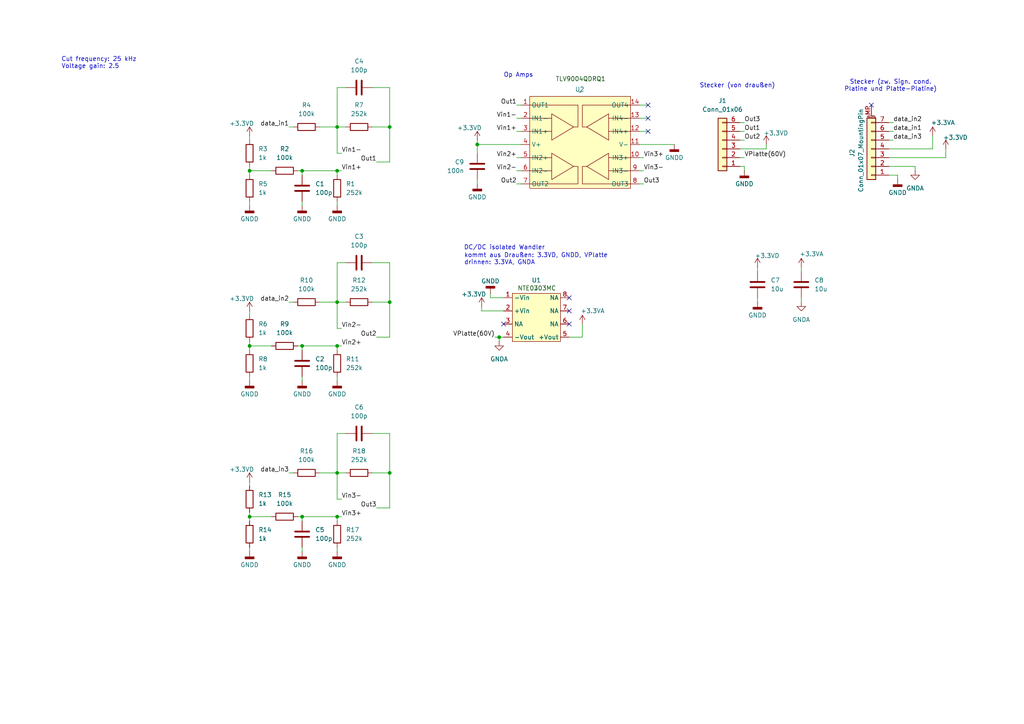
<source format=kicad_sch>
(kicad_sch (version 20231120) (generator "eeschema") (generator_version "8.0")
  (paper "A4")
  (lib_symbols
    (symbol "+3.3V_1" (power) (pin_numbers hide) (pin_names (offset 0) hide)
      (property "Value" "+3.3V" (at 0 3.556 0))
      (symbol "+3.3V_1_0_1"
        (polyline (pts (xy -0.762 1.27) (xy 0 2.54)))
        (polyline (pts (xy 0 0) (xy 0 2.54)))
        (polyline (pts (xy 0 2.54) (xy 0.762 1.27)))
      )
      (symbol "+3.3V_1_1_1"
        (pin power_in line (at 0 0 90) (length 0) (name "~") (number "1"))
      )
    )
    (symbol "Connector_Generic:Conn_01x06" (pin_names (offset 1.016) hide)
      (property "Reference" "J" (at 0 7.62 0))
      (property "Value" "Conn_01x06" (at 0 -10.16 0))
      (symbol "Conn_01x06_1_1"
        (rectangle (start -1.27 -7.493) (end 0 -7.747) (stroke (width 0.1524)))
        (rectangle (start -1.27 -4.953) (end 0 -5.207) (stroke (width 0.1524)))
        (rectangle (start -1.27 -2.413) (end 0 -2.667) (stroke (width 0.1524)))
        (rectangle (start -1.27 0.127) (end 0 -0.127) (stroke (width 0.1524)))
        (rectangle (start -1.27 2.667) (end 0 2.413) (stroke (width 0.1524)))
        (rectangle (start -1.27 5.207) (end 0 4.953) (stroke (width 0.1524)))
        (rectangle (start -1.27 6.35) (end 1.27 -8.89) (stroke (width 0.254)) (fill (type background)))
        (pin passive line (at -5.08 5.08 0) (length 3.81) (name "Pin_1") (number "1"))
        (pin passive line (at -5.08 2.54 0) (length 3.81) (name "Pin_2") (number "2"))
        (pin passive line (at -5.08 0 0) (length 3.81) (name "Pin_3") (number "3"))
        (pin passive line (at -5.08 -2.54 0) (length 3.81) (name "Pin_4") (number "4"))
        (pin passive line (at -5.08 -5.08 0) (length 3.81) (name "Pin_5") (number "5"))
        (pin passive line (at -5.08 -7.62 0) (length 3.81) (name "Pin_6") (number "6"))
      )
    )
    (symbol "Connector_Generic_MountingPin:Conn_01x07_MountingPin" (pin_names (offset 1.016) hide)
      (property "Reference" "J" (at 0 10.16 0))
      (property "Value" "Conn_01x07_MountingPin" (at 1.27 -10.16 0))
      (symbol "Conn_01x07_MountingPin_1_1"
        (rectangle (start -1.27 -7.493) (end 0 -7.747) (stroke (width 0.1524)))
        (rectangle (start -1.27 -4.953) (end 0 -5.207) (stroke (width 0.1524)))
        (rectangle (start -1.27 -2.413) (end 0 -2.667) (stroke (width 0.1524)))
        (rectangle (start -1.27 0.127) (end 0 -0.127) (stroke (width 0.1524)))
        (rectangle (start -1.27 2.667) (end 0 2.413) (stroke (width 0.1524)))
        (rectangle (start -1.27 5.207) (end 0 4.953) (stroke (width 0.1524)))
        (rectangle (start -1.27 7.747) (end 0 7.493) (stroke (width 0.1524)))
        (rectangle (start -1.27 8.89) (end 1.27 -8.89) (stroke (width 0.254)) (fill (type background)))
        (polyline (pts (xy -1.016 -9.652) (xy 1.016 -9.652)) (stroke (width 0.1524)))
        (text "Mounting" (at 0 -9.271 0) (effects (font (size 0.381 0.381))))
        (pin passive line (at -5.08 7.62 0) (length 3.81) (name "Pin_1") (number "1"))
        (pin passive line (at -5.08 5.08 0) (length 3.81) (name "Pin_2") (number "2"))
        (pin passive line (at -5.08 2.54 0) (length 3.81) (name "Pin_3") (number "3"))
        (pin passive line (at -5.08 0 0) (length 3.81) (name "Pin_4") (number "4"))
        (pin passive line (at -5.08 -2.54 0) (length 3.81) (name "Pin_5") (number "5"))
        (pin passive line (at -5.08 -5.08 0) (length 3.81) (name "Pin_6") (number "6"))
        (pin passive line (at -5.08 -7.62 0) (length 3.81) (name "Pin_7") (number "7"))
        (pin passive line (at 0 -12.7 90) (length 3.048) (name "MountPin") (number "MP"))
      )
    )
    (symbol "Device:C" (pin_numbers hide) (pin_names (offset 0.254))
      (property "Reference" "C" (at 0.635 2.54 0))
      (property "Value" "C" (at 0.635 -2.54 0))
      (symbol "C_0_1"
        (polyline (pts (xy -2.032 -0.762) (xy 2.032 -0.762)) (stroke (width 0.508)))
        (polyline (pts (xy -2.032 0.762) (xy 2.032 0.762)) (stroke (width 0.508)))
      )
      (symbol "C_1_1"
        (pin passive line (at 0 3.81 270) (length 2.794) (name "~") (number "1"))
        (pin passive line (at 0 -3.81 90) (length 2.794) (name "~") (number "2"))
      )
    )
    (symbol "Device:R" (pin_numbers hide) (pin_names (offset 0))
      (property "Reference" "R" (at 2.032 0 90))
      (property "Value" "R" (at 0 0 90))
      (symbol "R_0_1"
        (rectangle (start -1.016 -2.54) (end 1.016 2.54) (stroke (width 0.254)))
      )
      (symbol "R_1_1"
        (pin passive line (at 0 3.81 270) (length 1.27) (name "~") (number "1"))
        (pin passive line (at 0 -3.81 90) (length 1.27) (name "~") (number "2"))
      )
    )
    (symbol "NTE0303MC:NTE0303MC"
      (property "Reference" "U1" (at 0.635 2.54 0))
      (property "Value" "~" (at 0.635 0 0))
      (symbol "NTE0303MC_1_1"
        (rectangle (start -6.35 -1.27) (end 7.62 -15.24) (fill (type background)))
        (pin input line (at -8.89 -2.54 0) (length 2.54) (name "-Vin") (number "1"))
        (pin input line (at -8.89 -6.35 0) (length 2.54) (name "+Vin") (number "2"))
        (pin free line (at -8.89 -10.16 0) (length 2.54) (name "NA") (number "3"))
        (pin output line (at -8.89 -13.97 0) (length 2.54) (name "-Vout") (number "4"))
        (pin output line (at 10.16 -13.97 180) (length 2.54) (name "+Vout") (number "5"))
        (pin free line (at 10.16 -10.16 180) (length 2.54) (name "NA") (number "6"))
        (pin free line (at 10.16 -6.35 180) (length 2.54) (name "NA") (number "7"))
        (pin free line (at 10.16 -2.54 180) (length 2.54) (name "NA") (number "8"))
      )
    )
    (symbol "TLV9004:TLV900"
      (property "Reference" "U2" (at 0.508 0.762 0))
      (property "Value" "~" (at 0.635 0 0))
      (symbol "TLV900_1_1"
        (polyline (pts (xy -13.97 -22.86) (xy -7.62 -22.86)))
        (polyline (pts (xy -13.97 -19.05) (xy -7.62 -19.05)))
        (polyline (pts (xy -13.97 -11.43) (xy -7.62 -11.43)))
        (polyline (pts (xy -13.97 -7.62) (xy -7.62 -7.62)))
        (polyline (pts (xy 15.24 -22.86) (xy 8.89 -22.86)))
        (polyline (pts (xy 15.24 -19.05) (xy 8.89 -19.05)))
        (polyline (pts (xy 15.24 -11.43) (xy 8.89 -11.43)))
        (polyline (pts (xy 15.24 -7.62) (xy 8.89 -7.62)))
        (polyline (pts (xy -13.97 -26.67) (xy 0 -26.67) (xy 0 -21.59) (xy -1.27 -21.59)))
        (polyline (pts (xy -7.62 -17.78) (xy -7.62 -25.4) (xy -1.27 -21.59) (xy -7.62 -17.78)) (fill (type color) (color 255 255 194 1)))
        (polyline (pts (xy -7.62 -6.35) (xy -7.62 -13.97) (xy -1.27 -10.16) (xy -7.62 -6.35)) (fill (type color) (color 255 255 194 1)))
        (polyline (pts (xy -1.27 -10.16) (xy 0 -10.16) (xy 0 -3.81) (xy -13.97 -3.81)))
        (polyline (pts (xy 2.54 -10.16) (xy 1.27 -10.16) (xy 1.27 -3.81) (xy 15.24 -3.81)))
        (polyline (pts (xy 8.89 -25.4) (xy 8.89 -17.78) (xy 2.54 -21.59) (xy 8.89 -25.4)) (fill (type color) (color 255 255 194 1)))
        (polyline (pts (xy 8.89 -13.97) (xy 8.89 -6.35) (xy 2.54 -10.16) (xy 8.89 -13.97)) (fill (type color) (color 255 255 194 1)))
        (polyline (pts (xy 15.24 -26.67) (xy 1.27 -26.67) (xy 1.27 -21.59) (xy 2.54 -21.59)))
        (polyline (pts (xy -13.97 -1.27) (xy -13.97 -27.94) (xy 15.24 -27.94) (xy 15.24 -1.27) (xy -13.97 -1.27)) (fill (type background)))
        (pin output line (at -16.51 -3.81 0) (length 2.54) (name "OUT1") (number "1"))
        (pin input line (at 17.78 -19.05 180) (length 2.54) (name "IN3+") (number "10"))
        (pin input line (at 17.78 -15.24 180) (length 2.54) (name "V-") (number "11"))
        (pin input line (at 17.78 -11.43 180) (length 2.54) (name "IN4+") (number "12"))
        (pin input line (at 17.78 -7.62 180) (length 2.54) (name "IN4-") (number "13"))
        (pin output line (at 17.78 -3.81 180) (length 2.54) (name "OUT4") (number "14"))
        (pin input line (at -16.51 -7.62 0) (length 2.54) (name "IN1-") (number "2"))
        (pin input line (at -16.51 -11.43 0) (length 2.54) (name "IN1+") (number "3"))
        (pin input line (at -16.51 -15.24 0) (length 2.54) (name "V+") (number "4"))
        (pin input line (at -16.51 -19.05 0) (length 2.54) (name "IN2+") (number "5"))
        (pin input line (at -16.51 -22.86 0) (length 2.54) (name "IN2-") (number "6"))
        (pin output line (at -16.51 -26.67 0) (length 2.54) (name "OUT2") (number "7"))
        (pin output line (at 17.78 -26.67 180) (length 2.54) (name "OUT3") (number "8"))
        (pin input line (at 17.78 -22.86 180) (length 2.54) (name "IN3-") (number "9"))
      )
    )
    (symbol "power:+3.3V" (power) (pin_names (offset 0))
      (property "Value" "+3.3V" (at 0 3.556 0))
      (symbol "+3.3V_0_1"
        (polyline (pts (xy -0.762 1.27) (xy 0 2.54)))
        (polyline (pts (xy 0 0) (xy 0 2.54)))
        (polyline (pts (xy 0 2.54) (xy 0.762 1.27)))
      )
      (symbol "+3.3V_1_1"
        (pin power_in line (at 0 0 90) (length 0) hide (name "+3.3V") (number "1"))
      )
    )
    (symbol "power:GNDA" (power) (pin_numbers hide) (pin_names (offset 0) hide)
      (property "Value" "GNDA" (at 0 -3.81 0))
      (symbol "GNDA_0_1"
        (polyline (pts (xy 0 0) (xy 0 -1.27) (xy 1.27 -1.27) (xy 0 -2.54) (xy -1.27 -1.27) (xy 0 -1.27)))
      )
      (symbol "GNDA_1_1"
        (pin power_in line (at 0 0 270) (length 0) (name "~") (number "1"))
      )
    )
    (symbol "power:GNDD" (power) (pin_numbers hide) (pin_names (offset 0) hide)
      (property "Value" "GNDD" (at 0 -3.175 0))
      (symbol "GNDD_0_1"
        (rectangle (start -1.27 -1.524) (end 1.27 -2.032) (stroke (width 0.254)) (fill (type outline)))
        (polyline (pts (xy 0 0) (xy 0 -1.524)))
      )
      (symbol "GNDD_1_1"
        (pin power_in line (at 0 0 270) (length 0) (name "~") (number "1"))
      )
    )
  )
  (junction (at 72.39 100.33))
  (junction (at 97.79 49.53))
  (junction (at 97.79 100.33))
  (junction (at 113.03 137.16))
  (junction (at 113.03 87.63))
  (junction (at 87.63 49.53))
  (junction (at 97.79 36.83))
  (junction (at 97.79 149.86))
  (junction (at 87.63 149.86))
  (junction (at 72.39 149.86))
  (junction (at 97.79 137.16))
  (junction (at 72.39 49.53))
  (junction (at 144.78 97.79))
  (junction (at 97.79 87.63))
  (junction (at 87.63 100.33))
  (junction (at 113.03 36.83))
  (junction (at 138.43 41.91))
  (no_connect (at 146.05 93.98))
  (no_connect (at 187.96 38.1))
  (no_connect (at 252.73 30.48))
  (no_connect (at 165.1 86.36))
  (no_connect (at 165.1 90.17))
  (no_connect (at 187.96 30.48))
  (no_connect (at 187.96 34.29))
  (no_connect (at 165.1 93.98))
  (wire (pts (xy 97.79 109.22) (xy 97.79 110.49)))
  (wire (pts (xy 222.25 41.91) (xy 222.25 43.18)))
  (wire (pts (xy 168.91 97.79) (xy 165.1 97.79)))
  (wire (pts (xy 185.42 49.53) (xy 186.69 49.53)))
  (wire (pts (xy 100.33 125.73) (xy 97.79 125.73)))
  (wire (pts (xy 143.51 97.79) (xy 144.78 97.79)))
  (wire (pts (xy 72.39 139.7) (xy 72.39 140.97)))
  (wire (pts (xy 138.43 41.91) (xy 138.43 44.45)))
  (wire (pts (xy 113.03 25.4) (xy 113.03 36.83)))
  (wire (pts (xy 92.71 87.63) (xy 97.79 87.63)))
  (wire (pts (xy 214.63 35.56) (xy 215.9 35.56)))
  (wire (pts (xy 72.39 149.86) (xy 78.74 149.86)))
  (wire (pts (xy 149.86 53.34) (xy 151.13 53.34)))
  (wire (pts (xy 97.79 49.53) (xy 97.79 50.8)))
  (wire (pts (xy 232.41 86.36) (xy 232.41 87.63)))
  (wire (pts (xy 72.39 99.06) (xy 72.39 100.33)))
  (wire (pts (xy 72.39 100.33) (xy 78.74 100.33)))
  (wire (pts (xy 138.43 52.07) (xy 138.43 53.34)))
  (wire (pts (xy 214.63 43.18) (xy 222.25 43.18)))
  (wire (pts (xy 214.63 48.26) (xy 215.9 48.26)))
  (wire (pts (xy 87.63 100.33) (xy 97.79 100.33)))
  (wire (pts (xy 139.7 90.17) (xy 139.7 88.9)))
  (wire (pts (xy 72.39 49.53) (xy 78.74 49.53)))
  (wire (pts (xy 257.81 38.1) (xy 259.08 38.1)))
  (wire (pts (xy 97.79 44.45) (xy 99.06 44.45)))
  (wire (pts (xy 97.79 25.4) (xy 97.79 36.83)))
  (wire (pts (xy 92.71 36.83) (xy 97.79 36.83)))
  (wire (pts (xy 113.03 97.79) (xy 113.03 87.63)))
  (wire (pts (xy 185.42 41.91) (xy 195.58 41.91)))
  (wire (pts (xy 257.81 35.56) (xy 259.08 35.56)))
  (wire (pts (xy 97.79 125.73) (xy 97.79 137.16)))
  (wire (pts (xy 144.78 97.79) (xy 146.05 97.79)))
  (wire (pts (xy 142.24 86.36) (xy 142.24 85.09)))
  (wire (pts (xy 97.79 36.83) (xy 97.79 44.45)))
  (wire (pts (xy 185.42 34.29) (xy 187.96 34.29)))
  (wire (pts (xy 86.36 49.53) (xy 87.63 49.53)))
  (wire (pts (xy 138.43 41.91) (xy 138.43 40.64)))
  (wire (pts (xy 149.86 38.1) (xy 151.13 38.1)))
  (wire (pts (xy 87.63 58.42) (xy 87.63 59.69)))
  (wire (pts (xy 83.82 36.83) (xy 85.09 36.83)))
  (wire (pts (xy 87.63 49.53) (xy 87.63 50.8)))
  (wire (pts (xy 232.41 77.47) (xy 232.41 78.74)))
  (wire (pts (xy 97.79 95.25) (xy 99.06 95.25)))
  (wire (pts (xy 113.03 76.2) (xy 113.03 87.63)))
  (wire (pts (xy 265.43 48.26) (xy 265.43 49.53)))
  (wire (pts (xy 97.79 158.75) (xy 97.79 160.02)))
  (wire (pts (xy 168.91 93.98) (xy 168.91 97.79)))
  (wire (pts (xy 149.86 45.72) (xy 151.13 45.72)))
  (wire (pts (xy 109.22 147.32) (xy 113.03 147.32)))
  (wire (pts (xy 87.63 100.33) (xy 87.63 101.6)))
  (wire (pts (xy 113.03 137.16) (xy 107.95 137.16)))
  (wire (pts (xy 113.03 87.63) (xy 107.95 87.63)))
  (wire (pts (xy 97.79 58.42) (xy 97.79 59.69)))
  (wire (pts (xy 86.36 149.86) (xy 87.63 149.86)))
  (wire (pts (xy 87.63 149.86) (xy 97.79 149.86)))
  (wire (pts (xy 257.81 48.26) (xy 265.43 48.26)))
  (wire (pts (xy 97.79 100.33) (xy 97.79 101.6)))
  (wire (pts (xy 72.39 39.37) (xy 72.39 40.64)))
  (wire (pts (xy 113.03 125.73) (xy 113.03 137.16)))
  (wire (pts (xy 72.39 58.42) (xy 72.39 59.69)))
  (wire (pts (xy 87.63 158.75) (xy 87.63 160.02)))
  (wire (pts (xy 185.42 45.72) (xy 186.69 45.72)))
  (wire (pts (xy 107.95 76.2) (xy 113.03 76.2)))
  (wire (pts (xy 97.79 149.86) (xy 99.06 149.86)))
  (wire (pts (xy 72.39 148.59) (xy 72.39 149.86)))
  (wire (pts (xy 214.63 40.64) (xy 215.9 40.64)))
  (wire (pts (xy 97.79 100.33) (xy 99.06 100.33)))
  (wire (pts (xy 72.39 158.75) (xy 72.39 160.02)))
  (wire (pts (xy 149.86 34.29) (xy 151.13 34.29)))
  (wire (pts (xy 97.79 137.16) (xy 100.33 137.16)))
  (wire (pts (xy 83.82 137.16) (xy 85.09 137.16)))
  (wire (pts (xy 83.82 87.63) (xy 85.09 87.63)))
  (wire (pts (xy 151.13 41.91) (xy 138.43 41.91)))
  (wire (pts (xy 149.86 30.48) (xy 151.13 30.48)))
  (wire (pts (xy 100.33 25.4) (xy 97.79 25.4)))
  (wire (pts (xy 97.79 49.53) (xy 99.06 49.53)))
  (wire (pts (xy 214.63 38.1) (xy 215.9 38.1)))
  (wire (pts (xy 185.42 30.48) (xy 187.96 30.48)))
  (wire (pts (xy 72.39 90.17) (xy 72.39 91.44)))
  (wire (pts (xy 97.79 149.86) (xy 97.79 151.13)))
  (wire (pts (xy 97.79 76.2) (xy 97.79 87.63)))
  (wire (pts (xy 185.42 38.1) (xy 187.96 38.1)))
  (wire (pts (xy 92.71 137.16) (xy 97.79 137.16)))
  (wire (pts (xy 113.03 147.32) (xy 113.03 137.16)))
  (wire (pts (xy 215.9 48.26) (xy 215.9 49.53)))
  (wire (pts (xy 257.81 43.18) (xy 270.51 43.18)))
  (wire (pts (xy 97.79 87.63) (xy 97.79 95.25)))
  (wire (pts (xy 219.71 77.47) (xy 219.71 78.74)))
  (wire (pts (xy 274.32 43.18) (xy 274.32 45.72)))
  (wire (pts (xy 219.71 86.36) (xy 219.71 87.63)))
  (wire (pts (xy 257.81 40.64) (xy 259.08 40.64)))
  (wire (pts (xy 113.03 36.83) (xy 107.95 36.83)))
  (wire (pts (xy 146.05 90.17) (xy 139.7 90.17)))
  (wire (pts (xy 87.63 109.22) (xy 87.63 110.49)))
  (wire (pts (xy 109.22 97.79) (xy 113.03 97.79)))
  (wire (pts (xy 109.22 46.99) (xy 113.03 46.99)))
  (wire (pts (xy 149.86 49.53) (xy 151.13 49.53)))
  (wire (pts (xy 257.81 50.8) (xy 260.35 50.8)))
  (wire (pts (xy 72.39 48.26) (xy 72.39 49.53)))
  (wire (pts (xy 72.39 149.86) (xy 72.39 151.13)))
  (wire (pts (xy 146.05 86.36) (xy 142.24 86.36)))
  (wire (pts (xy 86.36 100.33) (xy 87.63 100.33)))
  (wire (pts (xy 113.03 46.99) (xy 113.03 36.83)))
  (wire (pts (xy 72.39 100.33) (xy 72.39 101.6)))
  (wire (pts (xy 257.81 45.72) (xy 274.32 45.72)))
  (wire (pts (xy 72.39 109.22) (xy 72.39 110.49)))
  (wire (pts (xy 214.63 45.72) (xy 215.9 45.72)))
  (wire (pts (xy 100.33 76.2) (xy 97.79 76.2)))
  (wire (pts (xy 97.79 87.63) (xy 100.33 87.63)))
  (wire (pts (xy 87.63 49.53) (xy 97.79 49.53)))
  (wire (pts (xy 97.79 36.83) (xy 100.33 36.83)))
  (wire (pts (xy 144.78 99.06) (xy 144.78 97.79)))
  (wire (pts (xy 107.95 25.4) (xy 113.03 25.4)))
  (wire (pts (xy 270.51 43.18) (xy 270.51 39.37)))
  (wire (pts (xy 185.42 53.34) (xy 186.69 53.34)))
  (wire (pts (xy 97.79 144.78) (xy 99.06 144.78)))
  (wire (pts (xy 87.63 149.86) (xy 87.63 151.13)))
  (wire (pts (xy 260.35 52.07) (xy 260.35 50.8)))
  (wire (pts (xy 97.79 137.16) (xy 97.79 144.78)))
  (wire (pts (xy 72.39 49.53) (xy 72.39 50.8)))
  (wire (pts (xy 107.95 125.73) (xy 113.03 125.73)))
  (text "kommt aus Draußen: 3.3VD, GNDD, VPlatte\ndrinnen: 3.3VA, GNDA" (at 134.62 75.184 0) (effects (font (size 1.27 1.27)) (justify left)))
  (text "Cut frequency: 25 kHz\nVoltage gain: 2.5" (at 17.78 18.288 0) (effects (font (size 1.27 1.27)) (justify left)))
  (text "DC/DC isolated Wandler" (at 146.304 71.882 0) (effects (font (size 1.27 1.27))))
  (text "TLV9004QDRQ1" (at 168.402 23.114 0) (effects (font (size 1.27 1.27))))
  (text "Op Amps\n" (at 150.368 21.844 0) (effects (font (size 1.27 1.27))))
  (text "Stecker (zw. Sign. cond.\nPlatine und Platte-Platine)" (at 258.318 24.892 0) (effects (font (size 1.27 1.27))))
  (text "NTE0303MC" (at 155.702 83.82 0) (effects (font (size 1.27 1.27))))
  (text "Stecker (von draußen)" (at 213.868 24.892 0) (effects (font (size 1.27 1.27))))
  (label "Vin3+" (at 186.69 45.72 0))
  (label "Vin1-" (at 149.86 34.29 180))
  (label "Vin2-" (at 99.06 95.25 0))
  (label "Out2" (at 109.22 97.79 180))
  (label "Vin1-" (at 99.06 44.45 0))
  (label "data_in2" (at 259.08 35.56 0))
  (label "Out2" (at 149.86 53.34 180))
  (label "Vin3-" (at 186.69 49.53 0))
  (label "Vin2+" (at 149.86 45.72 180))
  (label "data_in1" (at 259.08 38.1 0))
  (label "data_in1" (at 83.82 36.83 180))
  (label "data_in3" (at 259.08 40.64 0))
  (label "Vin1+" (at 99.06 49.53 0))
  (label "Vin2-" (at 149.86 49.53 180))
  (label "Out1" (at 109.22 46.99 180))
  (label "Vin1+" (at 149.86 38.1 180))
  (label "Vin2+" (at 99.06 100.33 0))
  (label "VPlatte(60V)" (at 215.9 45.72 0))
  (label "Vin3+" (at 99.06 149.86 0))
  (label "Vin3-" (at 99.06 144.78 0))
  (label "Out2" (at 215.9 40.64 0))
  (label "Out1" (at 215.9 38.1 0))
  (label "Out1" (at 149.86 30.48 180))
  (label "VPlatte(60V)" (at 143.51 97.79 180))
  (label "data_in2" (at 83.82 87.63 180))
  (label "Out3" (at 215.9 35.56 0))
  (label "Out3" (at 186.69 53.34 0))
  (label "Out3" (at 109.22 147.32 180))
  (label "data_in3" (at 83.82 137.16 180))
  (symbol (lib_name "+3.3V_1") (lib_id "power:+3.3V") (at 222.25 41.91 0) (unit 1)
    (property "Reference" "#PWR010" (effects (hide yes)))
    (property "Value" "+3.3VD" (at 225.044 38.608 0))
    (property "Description" "Power symbol creates a global label with name \"+3.3V\"" (effects (hide yes)))
  )
  (symbol (lib_name "+3.3V_1") (lib_id "power:+3.3V") (at 274.32 43.18 0) (unit 1)
    (property "Reference" "#PWR05" (effects (hide yes)))
    (property "Value" "+3.3VD" (at 277.114 39.878 0))
    (property "Description" "Power symbol creates a global label with name \"+3.3V\"" (effects (hide yes)))
  )
  (symbol (lib_id "Device:R") (at 72.39 95.25 0) (unit 1)
    (property "Reference" "R6" (at 74.93 93.9799 0) (effects (justify left)))
    (property "Value" "1k" (at 74.93 96.5199 0) (effects (justify left)))
    (property "Footprint" "Resistor_SMD:R_0603_1608Metric_Pad0.98x0.95mm_HandSolder" (effects (hide yes)))
    (property "Description" "Resistor" (effects (hide yes)))
  )
  (symbol (lib_id "Device:R") (at 97.79 105.41 0) (unit 1)
    (property "Reference" "R11" (at 100.33 104.1399 0) (effects (justify left)))
    (property "Value" "252k" (at 100.33 106.6799 0) (effects (justify left)))
    (property "Footprint" "Resistor_SMD:R_0603_1608Metric_Pad0.98x0.95mm_HandSolder" (effects (hide yes)))
    (property "Description" "Resistor" (effects (hide yes)))
  )
  (symbol (lib_id "power:GNDD") (at 195.58 41.91 0) (unit 1)
    (property "Reference" "#PWR0108" (effects (hide yes)))
    (property "Value" "GNDD" (at 195.58 45.72 0))
    (property "Description" "Power symbol creates a global label with name \"GNDD\" , digital ground" (effects (hide yes)))
  )
  (symbol (lib_id "Device:C") (at 87.63 105.41 180) (unit 1)
    (property "Reference" "C2" (at 91.44 104.1399 0) (effects (justify right)))
    (property "Value" "100p" (at 91.44 106.6799 0) (effects (justify right)))
    (property "Footprint" "Capacitor_SMD:C_0603_1608Metric_Pad1.08x0.95mm_HandSolder" (effects (hide yes)))
    (property "Description" "Unpolarized capacitor" (effects (hide yes)))
  )
  (symbol (lib_id "power:GNDA") (at 144.78 99.06 0) (unit 1)
    (property "Reference" "#PWR09" (effects (hide yes)))
    (property "Value" "GNDA" (at 144.78 104.14 0))
    (property "Description" "Power symbol creates a global label with name \"GNDA\" , analog ground" (effects (hide yes)))
  )
  (symbol (lib_id "Device:R") (at 82.55 149.86 270) (unit 1)
    (property "Reference" "R15" (at 82.55 143.51 90))
    (property "Value" "100k" (at 82.55 146.05 90))
    (property "Footprint" "Resistor_SMD:R_0603_1608Metric_Pad0.98x0.95mm_HandSolder" (effects (hide yes)))
    (property "Description" "Resistor" (effects (hide yes)))
  )
  (symbol (lib_name "+3.3V_1") (lib_id "power:+3.3V") (at 139.7 88.9 0) (unit 1)
    (property "Reference" "#PWR01" (effects (hide yes)))
    (property "Value" "+3.3VD" (at 137.414 85.344 0))
    (property "Description" "Power symbol creates a global label with name \"+3.3V\"" (effects (hide yes)))
  )
  (symbol (lib_id "Connector_Generic_MountingPin:Conn_01x07_MountingPin") (at 252.73 43.18 180) (unit 1)
    (property "Reference" "J2" (at 247.142 43.18 90) (effects (justify left)))
    (property "Value" "Conn_01x07_MountingPin" (at 249.682 31.496 90) (effects (justify left)))
    (property "Footprint" "Connector_JST:JST_GH_BM07B-GHS-TBT_1x07-1MP_P1.25mm_Vertical" (effects (hide yes)))
    (property "Description" "Generic connectable mounting pin connector, single row, 01x07, script generated (kicad-library-utils/schlib/autogen/connector/)" (effects (hide yes)))
  )
  (symbol (lib_name "+3.3V_1") (lib_id "power:+3.3V") (at 72.39 39.37 0) (unit 1)
    (property "Reference" "#PWR013" (effects (hide yes)))
    (property "Value" "+3.3VD" (at 70.104 35.814 0))
    (property "Description" "Power symbol creates a global label with name \"+3.3V\"" (effects (hide yes)))
  )
  (symbol (lib_name "+3.3V_1") (lib_id "power:+3.3V") (at 72.39 139.7 0) (unit 1)
    (property "Reference" "#PWR020" (effects (hide yes)))
    (property "Value" "+3.3VD" (at 70.104 136.144 0))
    (property "Description" "Power symbol creates a global label with name \"+3.3V\"" (effects (hide yes)))
  )
  (symbol (lib_id "Device:C") (at 104.14 125.73 270) (unit 1)
    (property "Reference" "C6" (at 104.14 118.11 90))
    (property "Value" "100p" (at 104.14 120.65 90))
    (property "Footprint" "Capacitor_SMD:C_0603_1608Metric_Pad1.08x0.95mm_HandSolder" (effects (hide yes)))
    (property "Description" "Unpolarized capacitor" (effects (hide yes)))
  )
  (symbol (lib_id "Device:R") (at 72.39 44.45 0) (unit 1)
    (property "Reference" "R3" (at 74.93 43.1799 0) (effects (justify left)))
    (property "Value" "1k" (at 74.93 45.7199 0) (effects (justify left)))
    (property "Footprint" "Resistor_SMD:R_0603_1608Metric_Pad0.98x0.95mm_HandSolder" (effects (hide yes)))
    (property "Description" "Resistor" (effects (hide yes)))
  )
  (symbol (lib_id "power:GNDD") (at 142.24 85.09 180) (unit 1)
    (property "Reference" "#PWR07" (effects (hide yes)))
    (property "Value" "GNDD" (at 142.24 81.534 0))
    (property "Description" "Power symbol creates a global label with name \"GNDD\" , digital ground" (effects (hide yes)))
  )
  (symbol (lib_id "power:GNDD") (at 87.63 59.69 0) (unit 1)
    (property "Reference" "#PWR015" (effects (hide yes)))
    (property "Value" "GNDD" (at 87.63 63.5 0))
    (property "Description" "Power symbol creates a global label with name \"GNDD\" , digital ground" (effects (hide yes)))
  )
  (symbol (lib_id "Device:R") (at 88.9 137.16 270) (unit 1)
    (property "Reference" "R16" (at 88.9 130.81 90))
    (property "Value" "100k" (at 88.9 133.35 90))
    (property "Footprint" "Resistor_SMD:R_0603_1608Metric_Pad0.98x0.95mm_HandSolder" (effects (hide yes)))
    (property "Description" "Resistor" (effects (hide yes)))
  )
  (symbol (lib_id "power:GNDD") (at 97.79 110.49 0) (unit 1)
    (property "Reference" "#PWR019" (effects (hide yes)))
    (property "Value" "GNDD" (at 97.79 114.3 0))
    (property "Description" "Power symbol creates a global label with name \"GNDD\" , digital ground" (effects (hide yes)))
  )
  (symbol (lib_id "Device:R") (at 72.39 54.61 0) (unit 1)
    (property "Reference" "R5" (at 74.93 53.3399 0) (effects (justify left)))
    (property "Value" "1k" (at 74.93 55.8799 0) (effects (justify left)))
    (property "Footprint" "Resistor_SMD:R_0603_1608Metric_Pad0.98x0.95mm_HandSolder" (effects (hide yes)))
    (property "Description" "Resistor" (effects (hide yes)))
  )
  (symbol (lib_id "Device:C") (at 87.63 54.61 180) (unit 1)
    (property "Reference" "C1" (at 91.44 53.3399 0) (effects (justify right)))
    (property "Value" "100p" (at 91.44 55.8799 0) (effects (justify right)))
    (property "Footprint" "Capacitor_SMD:C_0603_1608Metric_Pad1.08x0.95mm_HandSolder" (effects (hide yes)))
    (property "Description" "Unpolarized capacitor" (effects (hide yes)))
  )
  (symbol (lib_id "Device:R") (at 88.9 87.63 270) (unit 1)
    (property "Reference" "R10" (at 88.9 81.28 90))
    (property "Value" "100k" (at 88.9 83.82 90))
    (property "Footprint" "Resistor_SMD:R_0603_1608Metric_Pad0.98x0.95mm_HandSolder" (effects (hide yes)))
    (property "Description" "Resistor" (effects (hide yes)))
  )
  (symbol (lib_name "+3.3V_1") (lib_id "power:+3.3V") (at 138.43 40.64 0) (unit 1)
    (property "Reference" "#PWR011" (effects (hide yes)))
    (property "Value" "+3.3VD" (at 136.144 37.084 0))
    (property "Description" "Power symbol creates a global label with name \"+3.3V\"" (effects (hide yes)))
  )
  (symbol (lib_id "Device:R") (at 97.79 54.61 0) (unit 1)
    (property "Reference" "R1" (at 100.33 53.3399 0) (effects (justify left)))
    (property "Value" "252k" (at 100.33 55.8799 0) (effects (justify left)))
    (property "Footprint" "Resistor_SMD:R_0603_1608Metric_Pad0.98x0.95mm_HandSolder" (effects (hide yes)))
    (property "Description" "Resistor" (effects (hide yes)))
  )
  (symbol (lib_id "power:+3.3V") (at 270.51 39.37 0) (unit 1)
    (property "Reference" "#PWR03" (effects (hide yes)))
    (property "Value" "+3.3VA" (at 270.002 35.56 0) (effects (justify left)))
  )
  (symbol (lib_name "+3.3V_1") (lib_id "power:+3.3V") (at 72.39 90.17 0) (unit 1)
    (property "Reference" "#PWR016" (effects (hide yes)))
    (property "Value" "+3.3VD" (at 70.104 86.614 0))
    (property "Description" "Power symbol creates a global label with name \"+3.3V\"" (effects (hide yes)))
  )
  (symbol (lib_id "Device:R") (at 72.39 154.94 0) (unit 1)
    (property "Reference" "R14" (at 74.93 153.6699 0) (effects (justify left)))
    (property "Value" "1k" (at 74.93 156.2099 0) (effects (justify left)))
    (property "Footprint" "Resistor_SMD:R_0603_1608Metric_Pad0.98x0.95mm_HandSolder" (effects (hide yes)))
    (property "Description" "Resistor" (effects (hide yes)))
  )
  (symbol (lib_id "Device:R") (at 82.55 49.53 270) (unit 1)
    (property "Reference" "R2" (at 82.55 43.18 90))
    (property "Value" "100k" (at 82.55 45.72 90))
    (property "Footprint" "Resistor_SMD:R_0603_1608Metric_Pad0.98x0.95mm_HandSolder" (effects (hide yes)))
    (property "Description" "Resistor" (effects (hide yes)))
  )
  (symbol (lib_id "Device:C") (at 87.63 154.94 180) (unit 1)
    (property "Reference" "C5" (at 91.44 153.6699 0) (effects (justify right)))
    (property "Value" "100p" (at 91.44 156.2099 0) (effects (justify right)))
    (property "Footprint" "Capacitor_SMD:C_0603_1608Metric_Pad1.08x0.95mm_HandSolder" (effects (hide yes)))
    (property "Description" "Unpolarized capacitor" (effects (hide yes)))
  )
  (symbol (lib_id "power:+3.3V") (at 232.41 77.47 0) (unit 1)
    (property "Reference" "#PWR027" (effects (hide yes)))
    (property "Value" "+3.3VA" (at 231.902 73.66 0) (effects (justify left)))
  )
  (symbol (lib_id "power:GNDD") (at 97.79 59.69 0) (unit 1)
    (property "Reference" "#PWR014" (effects (hide yes)))
    (property "Value" "GNDD" (at 97.79 63.5 0))
    (property "Description" "Power symbol creates a global label with name \"GNDD\" , digital ground" (effects (hide yes)))
  )
  (symbol (lib_id "power:GNDD") (at 87.63 110.49 0) (unit 1)
    (property "Reference" "#PWR018" (effects (hide yes)))
    (property "Value" "GNDD" (at 87.63 114.3 0))
    (property "Description" "Power symbol creates a global label with name \"GNDD\" , digital ground" (effects (hide yes)))
  )
  (symbol (lib_id "Device:C") (at 232.41 82.55 180) (unit 1)
    (property "Reference" "C8" (at 236.22 81.2799 0) (effects (justify right)))
    (property "Value" "10u" (at 236.22 83.8199 0) (effects (justify right)))
    (property "Footprint" "Capacitor_SMD:C_0603_1608Metric_Pad1.08x0.95mm_HandSolder" (effects (hide yes)))
    (property "Description" "Unpolarized capacitor" (effects (hide yes)))
  )
  (symbol (lib_id "Device:R") (at 88.9 36.83 270) (unit 1)
    (property "Reference" "R4" (at 88.9 30.48 90))
    (property "Value" "100k" (at 88.9 33.02 90))
    (property "Footprint" "Resistor_SMD:R_0603_1608Metric_Pad0.98x0.95mm_HandSolder" (effects (hide yes)))
    (property "Description" "Resistor" (effects (hide yes)))
  )
  (symbol (lib_id "power:GNDD") (at 260.35 52.07 0) (unit 1)
    (property "Reference" "#PWR04" (effects (hide yes)))
    (property "Value" "GNDD" (at 260.35 55.88 0))
    (property "Description" "Power symbol creates a global label with name \"GNDD\" , digital ground" (effects (hide yes)))
  )
  (symbol (lib_id "power:GNDD") (at 72.39 110.49 0) (unit 1)
    (property "Reference" "#PWR017" (effects (hide yes)))
    (property "Value" "GNDD" (at 72.39 114.3 0))
    (property "Description" "Power symbol creates a global label with name \"GNDD\" , digital ground" (effects (hide yes)))
  )
  (symbol (lib_id "NTE0303MC:NTE0303MC") (at 154.94 83.82 0) (unit 1)
    (property "Reference" "U1" (at 155.575 81.28 0))
    (property "Value" "~" (at 155.575 83.82 0))
    (property "Footprint" "Package_DIP:SMDIP-8_W9.53mm" (effects (hide yes)))
  )
  (symbol (lib_id "power:+3.3V") (at 168.91 93.98 0) (unit 1)
    (property "Reference" "#PWR08" (effects (hide yes)))
    (property "Value" "+3.3VA" (at 168.402 90.17 0) (effects (justify left)))
  )
  (symbol (lib_name "+3.3V_1") (lib_id "power:+3.3V") (at 219.71 77.47 0) (unit 1)
    (property "Reference" "#PWR025" (effects (hide yes)))
    (property "Value" "+3.3VD" (at 222.504 74.168 0))
    (property "Description" "Power symbol creates a global label with name \"+3.3V\"" (effects (hide yes)))
  )
  (symbol (lib_id "Device:C") (at 219.71 82.55 180) (unit 1)
    (property "Reference" "C7" (at 223.52 81.2799 0) (effects (justify right)))
    (property "Value" "10u" (at 223.52 83.8199 0) (effects (justify right)))
    (property "Footprint" "Capacitor_SMD:C_0603_1608Metric_Pad1.08x0.95mm_HandSolder" (effects (hide yes)))
    (property "Description" "Unpolarized capacitor" (effects (hide yes)))
  )
  (symbol (lib_id "power:GNDA") (at 265.43 49.53 0) (unit 1)
    (property "Reference" "#PWR06" (effects (hide yes)))
    (property "Value" "GNDA" (at 265.43 54.61 0))
    (property "Description" "Power symbol creates a global label with name \"GNDA\" , analog ground" (effects (hide yes)))
  )
  (symbol (lib_id "Device:C") (at 138.43 48.26 0) (mirror x) (unit 1)
    (property "Reference" "C9" (at 134.62 46.9899 0) (effects (justify right)))
    (property "Value" "100n" (at 134.62 49.5299 0) (effects (justify right)))
    (property "Footprint" "Capacitor_SMD:C_0603_1608Metric_Pad1.08x0.95mm_HandSolder" (effects (hide yes)))
    (property "Description" "Unpolarized capacitor" (effects (hide yes)))
  )
  (symbol (lib_id "power:GNDD") (at 138.43 53.34 0) (unit 1)
    (property "Reference" "#PWR028" (effects (hide yes)))
    (property "Value" "GNDD" (at 138.43 57.15 0))
    (property "Description" "Power symbol creates a global label with name \"GNDD\" , digital ground" (effects (hide yes)))
  )
  (symbol (lib_id "power:GNDA") (at 232.41 87.63 0) (unit 1)
    (property "Reference" "#PWR026" (effects (hide yes)))
    (property "Value" "GNDA" (at 232.41 92.71 0))
    (property "Description" "Power symbol creates a global label with name \"GNDA\" , analog ground" (effects (hide yes)))
  )
  (symbol (lib_id "Device:R") (at 72.39 105.41 0) (unit 1)
    (property "Reference" "R8" (at 74.93 104.1399 0) (effects (justify left)))
    (property "Value" "1k" (at 74.93 106.6799 0) (effects (justify left)))
    (property "Footprint" "Resistor_SMD:R_0603_1608Metric_Pad0.98x0.95mm_HandSolder" (effects (hide yes)))
    (property "Description" "Resistor" (effects (hide yes)))
  )
  (symbol (lib_id "power:GNDD") (at 215.9 49.53 0) (unit 1)
    (property "Reference" "#PWR02" (effects (hide yes)))
    (property "Value" "GNDD" (at 215.9 53.34 0))
    (property "Description" "Power symbol creates a global label with name \"GNDD\" , digital ground" (effects (hide yes)))
  )
  (symbol (lib_id "Device:R") (at 82.55 100.33 270) (unit 1)
    (property "Reference" "R9" (at 82.55 93.98 90))
    (property "Value" "100k" (at 82.55 96.52 90))
    (property "Footprint" "Resistor_SMD:R_0603_1608Metric_Pad0.98x0.95mm_HandSolder" (effects (hide yes)))
    (property "Description" "Resistor" (effects (hide yes)))
  )
  (symbol (lib_id "Device:C") (at 104.14 76.2 270) (unit 1)
    (property "Reference" "C3" (at 104.14 68.58 90))
    (property "Value" "100p" (at 104.14 71.12 90))
    (property "Footprint" "Capacitor_SMD:C_0603_1608Metric_Pad1.08x0.95mm_HandSolder" (effects (hide yes)))
    (property "Description" "Unpolarized capacitor" (effects (hide yes)))
  )
  (symbol (lib_id "power:GNDD") (at 72.39 59.69 0) (unit 1)
    (property "Reference" "#PWR012" (effects (hide yes)))
    (property "Value" "GNDD" (at 72.39 63.5 0))
    (property "Description" "Power symbol creates a global label with name \"GNDD\" , digital ground" (effects (hide yes)))
  )
  (symbol (lib_id "TLV9004:TLV900") (at 167.64 26.67 0) (unit 1)
    (property "Reference" "U2" (at 168.148 25.908 0))
    (property "Value" "~" (at 168.275 26.67 0))
    (property "Footprint" "Package_SO:SOIC-14_3.9x8.7mm_P1.27mm" (effects (hide yes)))
  )
  (symbol (lib_id "Device:R") (at 104.14 137.16 90) (unit 1)
    (property "Reference" "R18" (at 104.14 130.81 90))
    (property "Value" "252k" (at 104.14 133.35 90))
    (property "Footprint" "Resistor_SMD:R_0603_1608Metric_Pad0.98x0.95mm_HandSolder" (effects (hide yes)))
    (property "Description" "Resistor" (effects (hide yes)))
  )
  (symbol (lib_id "Device:R") (at 72.39 144.78 0) (unit 1)
    (property "Reference" "R13" (at 74.93 143.5099 0) (effects (justify left)))
    (property "Value" "1k" (at 74.93 146.0499 0) (effects (justify left)))
    (property "Footprint" "Resistor_SMD:R_0603_1608Metric_Pad0.98x0.95mm_HandSolder" (effects (hide yes)))
    (property "Description" "Resistor" (effects (hide yes)))
  )
  (symbol (lib_id "Device:R") (at 104.14 87.63 90) (unit 1)
    (property "Reference" "R12" (at 104.14 81.28 90))
    (property "Value" "252k" (at 104.14 83.82 90))
    (property "Footprint" "Resistor_SMD:R_0603_1608Metric_Pad0.98x0.95mm_HandSolder" (effects (hide yes)))
    (property "Description" "Resistor" (effects (hide yes)))
  )
  (symbol (lib_id "power:GNDD") (at 219.71 87.63 0) (unit 1)
    (property "Reference" "#PWR024" (effects (hide yes)))
    (property "Value" "GNDD" (at 219.71 91.44 0))
    (property "Description" "Power symbol creates a global label with name \"GNDD\" , digital ground" (effects (hide yes)))
  )
  (symbol (lib_id "Device:C") (at 104.14 25.4 270) (unit 1)
    (property "Reference" "C4" (at 104.14 17.78 90))
    (property "Value" "100p" (at 104.14 20.32 90))
    (property "Footprint" "Capacitor_SMD:C_0603_1608Metric_Pad1.08x0.95mm_HandSolder" (effects (hide yes)))
    (property "Description" "Unpolarized capacitor" (effects (hide yes)))
  )
  (symbol (lib_id "Connector_Generic:Conn_01x06") (at 209.55 43.18 180) (unit 1)
    (property "Reference" "J1" (at 209.55 29.21 0))
    (property "Value" "Conn_01x06" (at 209.55 31.75 0))
    (property "Footprint" "Connector_JST:JST_EH_B6B-EH-A_1x06_P2.50mm_Vertical" (effects (hide yes)))
    (property "Description" "Generic connector, single row, 01x06, script generated (kicad-library-utils/schlib/autogen/connector/)" (effects (hide yes)))
  )
  (symbol (lib_id "power:GNDD") (at 72.39 160.02 0) (unit 1)
    (property "Reference" "#PWR021" (effects (hide yes)))
    (property "Value" "GNDD" (at 72.39 163.83 0))
    (property "Description" "Power symbol creates a global label with name \"GNDD\" , digital ground" (effects (hide yes)))
  )
  (symbol (lib_id "Device:R") (at 97.79 154.94 0) (unit 1)
    (property "Reference" "R17" (at 100.33 153.6699 0) (effects (justify left)))
    (property "Value" "252k" (at 100.33 156.2099 0) (effects (justify left)))
    (property "Footprint" "Resistor_SMD:R_0603_1608Metric_Pad0.98x0.95mm_HandSolder" (effects (hide yes)))
    (property "Description" "Resistor" (effects (hide yes)))
  )
  (symbol (lib_id "Device:R") (at 104.14 36.83 90) (unit 1)
    (property "Reference" "R7" (at 104.14 30.48 90))
    (property "Value" "252k" (at 104.14 33.02 90))
    (property "Footprint" "Resistor_SMD:R_0603_1608Metric_Pad0.98x0.95mm_HandSolder" (effects (hide yes)))
    (property "Description" "Resistor" (effects (hide yes)))
  )
  (symbol (lib_id "power:GNDD") (at 97.79 160.02 0) (unit 1)
    (property "Reference" "#PWR023" (effects (hide yes)))
    (property "Value" "GNDD" (at 97.79 163.83 0))
    (property "Description" "Power symbol creates a global label with name \"GNDD\" , digital ground" (effects (hide yes)))
  )
  (symbol (lib_id "power:GNDD") (at 87.63 160.02 0) (unit 1)
    (property "Reference" "#PWR022" (effects (hide yes)))
    (property "Value" "GNDD" (at 87.63 163.83 0))
    (property "Description" "Power symbol creates a global label with name \"GNDD\" , digital ground" (effects (hide yes)))
  )
)
</source>
